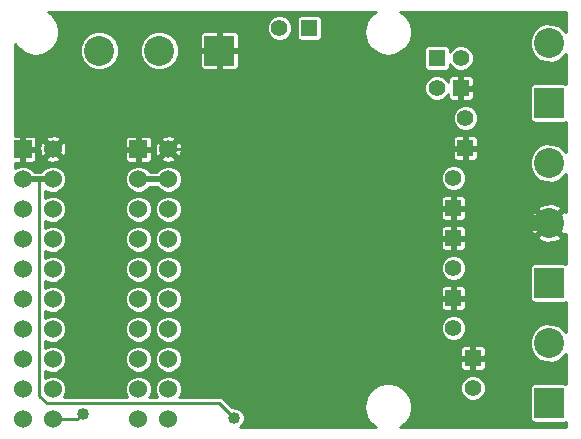
<source format=gbl>
G04 (created by PCBNEW (2013-07-07 BZR 4022)-stable) date 02/12/2013 08:18:55*
%MOIN*%
G04 Gerber Fmt 3.4, Leading zero omitted, Abs format*
%FSLAX34Y34*%
G01*
G70*
G90*
G04 APERTURE LIST*
%ADD10C,0.00590551*%
%ADD11R,0.06X0.06*%
%ADD12C,0.06*%
%ADD13R,0.1X0.1*%
%ADD14C,0.1*%
%ADD15R,0.055X0.055*%
%ADD16C,0.055*%
%ADD17C,0.04*%
%ADD18C,0.065*%
%ADD19C,0.01*%
%ADD20C,0.02*%
%ADD21C,0.0544*%
G04 APERTURE END LIST*
G54D10*
G54D11*
X31450Y-52034D03*
G54D12*
X32450Y-52034D03*
X31450Y-53034D03*
X32450Y-53034D03*
X31450Y-54034D03*
X32450Y-54034D03*
X31450Y-55034D03*
X32450Y-55034D03*
X31450Y-56034D03*
X32450Y-56034D03*
X31450Y-57034D03*
X32450Y-57034D03*
X31450Y-58034D03*
X32450Y-58034D03*
X31450Y-59034D03*
X32450Y-59034D03*
X31450Y-60034D03*
X32450Y-60034D03*
X31450Y-61034D03*
X32450Y-61034D03*
G54D13*
X49000Y-56500D03*
G54D14*
X49000Y-54500D03*
X49000Y-52500D03*
G54D13*
X49000Y-60500D03*
G54D14*
X49000Y-58500D03*
G54D13*
X49000Y-50500D03*
G54D14*
X49000Y-48500D03*
G54D11*
X35300Y-52034D03*
G54D12*
X36300Y-52034D03*
X35300Y-53034D03*
X36300Y-53034D03*
X35300Y-54034D03*
X36300Y-54034D03*
X35300Y-55034D03*
X36300Y-55034D03*
X35300Y-56034D03*
X36300Y-56034D03*
X35300Y-57034D03*
X36300Y-57034D03*
X35300Y-58034D03*
X36300Y-58034D03*
X35300Y-59034D03*
X36300Y-59034D03*
X35300Y-60034D03*
X36300Y-60034D03*
X35300Y-61034D03*
X36300Y-61034D03*
G54D13*
X38000Y-48750D03*
G54D14*
X36000Y-48750D03*
X34000Y-48750D03*
G54D15*
X46050Y-50000D03*
G54D16*
X46050Y-49000D03*
G54D15*
X46200Y-52000D03*
G54D16*
X46200Y-51000D03*
G54D15*
X45800Y-54000D03*
G54D16*
X45800Y-53000D03*
G54D15*
X45800Y-55000D03*
G54D16*
X45800Y-56000D03*
G54D15*
X45800Y-57000D03*
G54D16*
X45800Y-58000D03*
G54D15*
X46450Y-59000D03*
G54D16*
X46450Y-60000D03*
G54D15*
X41000Y-48000D03*
G54D16*
X40000Y-48000D03*
G54D15*
X45250Y-49000D03*
G54D16*
X45250Y-50000D03*
G54D17*
X38500Y-61000D03*
X33450Y-60850D03*
X48000Y-60750D03*
X47500Y-61000D03*
X47000Y-60750D03*
X46500Y-61000D03*
X31500Y-50500D03*
X31500Y-49500D03*
X32000Y-50000D03*
X32500Y-49500D03*
X33000Y-49000D03*
X33750Y-47750D03*
X34500Y-47750D03*
X36250Y-47750D03*
X35500Y-47750D03*
X35000Y-48250D03*
X35000Y-49000D03*
X34000Y-50000D03*
X33500Y-50250D03*
X33000Y-50750D03*
X33250Y-52250D03*
X33500Y-51750D03*
X33250Y-51250D03*
X36500Y-50000D03*
X36000Y-51250D03*
X35500Y-51000D03*
X36000Y-50500D03*
X36500Y-51000D03*
X37000Y-51500D03*
X37900Y-59350D03*
X37850Y-56950D03*
X37550Y-54500D03*
X37300Y-56500D03*
X37900Y-58100D03*
X38350Y-60250D03*
X49250Y-59500D03*
X48250Y-59250D03*
X48000Y-58750D03*
X47750Y-59250D03*
X47250Y-58750D03*
X48000Y-57250D03*
X47500Y-56750D03*
X47000Y-57250D03*
X46500Y-56750D03*
X48250Y-55250D03*
X49000Y-55500D03*
X48000Y-54750D03*
X47500Y-54250D03*
X46500Y-54250D03*
X47000Y-53750D03*
X48000Y-53750D03*
X49000Y-53500D03*
X47750Y-50250D03*
X47250Y-49750D03*
X46750Y-50250D03*
X47500Y-51750D03*
X47000Y-52250D03*
X47500Y-55250D03*
X47000Y-54750D03*
X46500Y-55250D03*
G54D18*
X41825Y-53175D03*
X44500Y-49000D03*
X45000Y-48250D03*
X45500Y-47750D03*
X46000Y-48250D03*
X46500Y-47750D03*
X47000Y-48250D03*
X47500Y-47750D03*
X48000Y-48250D03*
X48250Y-47750D03*
X39500Y-48750D03*
X40250Y-48750D03*
X41000Y-48750D03*
X44250Y-51000D03*
X41750Y-48750D03*
X42500Y-49750D03*
X44500Y-50000D03*
X45750Y-60250D03*
X45750Y-61000D03*
X45000Y-61000D03*
X45000Y-60250D03*
X44750Y-59500D03*
X44000Y-59250D03*
X43250Y-59250D03*
X42500Y-59500D03*
X42000Y-60500D03*
X41500Y-61000D03*
X39500Y-59750D03*
X40000Y-59000D03*
X40750Y-59000D03*
X41000Y-58250D03*
X40250Y-58250D03*
X37000Y-49500D03*
X37000Y-50500D03*
X37500Y-51000D03*
X38000Y-50500D03*
X37500Y-50000D03*
X38500Y-50000D03*
X40375Y-50275D03*
X41825Y-56225D03*
G54D17*
X39725Y-55125D03*
G54D18*
X44425Y-54075D03*
X41825Y-50475D03*
X40375Y-56125D03*
X40925Y-53575D03*
X43725Y-57125D03*
X43675Y-51075D03*
X44525Y-57075D03*
X40225Y-53225D03*
X42875Y-51075D03*
X41025Y-56575D03*
G54D17*
X39325Y-52225D03*
G54D18*
X41075Y-50525D03*
X43625Y-54125D03*
X42925Y-57075D03*
X42875Y-54125D03*
G54D19*
X38000Y-60500D02*
X32250Y-60500D01*
X38500Y-61000D02*
X38000Y-60500D01*
X32000Y-60250D02*
X32000Y-53034D01*
X32250Y-60500D02*
X32000Y-60250D01*
G54D20*
X32450Y-53034D02*
X32000Y-53034D01*
X32000Y-53034D02*
X31450Y-53034D01*
X36300Y-53034D02*
X35300Y-53034D01*
G54D19*
X33266Y-61034D02*
X32450Y-61034D01*
X33450Y-60850D02*
X33266Y-61034D01*
X47750Y-60750D02*
X48000Y-60750D01*
X47500Y-61000D02*
X47750Y-60750D01*
X46750Y-60750D02*
X47000Y-60750D01*
X46500Y-61000D02*
X46750Y-60750D01*
X31500Y-49500D02*
X31500Y-50500D01*
X32500Y-49500D02*
X32000Y-50000D01*
X33000Y-48500D02*
X33000Y-49000D01*
X33750Y-47750D02*
X33000Y-48500D01*
X36250Y-47750D02*
X34500Y-47750D01*
X35000Y-48250D02*
X35500Y-47750D01*
X34000Y-50000D02*
X35000Y-49000D01*
X33000Y-50750D02*
X33500Y-50250D01*
X32450Y-52034D02*
X32466Y-52034D01*
X33250Y-52000D02*
X33250Y-52250D01*
X33500Y-51750D02*
X33250Y-52000D01*
X32466Y-52034D02*
X33250Y-51250D01*
X37500Y-51000D02*
X37000Y-51500D01*
X35750Y-51250D02*
X36000Y-51250D01*
X35500Y-51000D02*
X35750Y-51250D01*
X36500Y-51000D02*
X36000Y-50500D01*
X37900Y-59350D02*
X37900Y-59800D01*
X37850Y-56950D02*
X37850Y-58050D01*
X37400Y-56500D02*
X37850Y-56950D01*
X37550Y-54500D02*
X37550Y-56250D01*
X36734Y-52034D02*
X37550Y-52850D01*
X37550Y-52850D02*
X37550Y-54500D01*
X36300Y-52034D02*
X36734Y-52034D01*
X37550Y-56250D02*
X37300Y-56500D01*
X37300Y-56500D02*
X37400Y-56500D01*
X37850Y-58050D02*
X37900Y-58100D01*
X37900Y-59350D02*
X37900Y-58100D01*
X37900Y-59800D02*
X38350Y-60250D01*
X48250Y-59000D02*
X48250Y-59250D01*
X48000Y-58750D02*
X48250Y-59000D01*
X47250Y-58750D02*
X47750Y-59250D01*
X47500Y-56750D02*
X48000Y-57250D01*
X46500Y-56750D02*
X47000Y-57250D01*
X48250Y-55250D02*
X48750Y-55250D01*
X48000Y-55000D02*
X48250Y-55250D01*
X48000Y-54750D02*
X48000Y-55000D01*
X48750Y-55250D02*
X49000Y-55500D01*
X47500Y-54250D02*
X46500Y-54250D01*
X47000Y-53750D02*
X48000Y-53750D01*
X46750Y-50250D02*
X47250Y-49750D01*
X47000Y-52250D02*
X47500Y-51750D01*
X47500Y-55250D02*
X48000Y-54750D01*
X46500Y-55250D02*
X47000Y-54750D01*
G54D21*
X49000Y-54500D02*
X48250Y-54500D01*
G54D19*
X44500Y-50000D02*
X44500Y-49000D01*
X45000Y-48250D02*
X45500Y-47750D01*
X46000Y-48250D02*
X46500Y-47750D01*
X47000Y-48250D02*
X47500Y-47750D01*
X48000Y-48250D02*
X48250Y-48000D01*
X48250Y-48000D02*
X48250Y-47750D01*
X41000Y-48750D02*
X40250Y-48750D01*
X44500Y-50000D02*
X44250Y-50250D01*
X44250Y-50250D02*
X44250Y-51000D01*
X41750Y-49000D02*
X41750Y-48750D01*
X42500Y-49750D02*
X41750Y-49000D01*
X45000Y-61000D02*
X45750Y-61000D01*
X45000Y-59750D02*
X45000Y-60250D01*
X44750Y-59500D02*
X45000Y-59750D01*
X43250Y-59250D02*
X44000Y-59250D01*
X42500Y-60000D02*
X42500Y-59500D01*
X42000Y-60500D02*
X42500Y-60000D01*
X40750Y-61000D02*
X41500Y-61000D01*
X39500Y-59750D02*
X40750Y-61000D01*
X40750Y-59000D02*
X40000Y-59000D01*
X40250Y-58250D02*
X41000Y-58250D01*
G54D21*
X37000Y-50500D02*
X37000Y-49500D01*
X38000Y-50500D02*
X37500Y-51000D01*
X38500Y-50000D02*
X37500Y-50000D01*
G54D10*
G36*
X49550Y-61300D02*
X46875Y-61300D01*
X46875Y-59915D01*
X46875Y-59915D01*
X46875Y-59304D01*
X46875Y-58695D01*
X46852Y-58640D01*
X46810Y-58597D01*
X46754Y-58575D01*
X46695Y-58574D01*
X46625Y-58574D01*
X46625Y-50915D01*
X46560Y-50759D01*
X46475Y-50673D01*
X46475Y-48915D01*
X46410Y-48759D01*
X46291Y-48639D01*
X46134Y-48575D01*
X45965Y-48574D01*
X45809Y-48639D01*
X45689Y-48758D01*
X45675Y-48794D01*
X45675Y-48695D01*
X45652Y-48640D01*
X45610Y-48597D01*
X45554Y-48575D01*
X45495Y-48574D01*
X44945Y-48574D01*
X44890Y-48597D01*
X44847Y-48639D01*
X44825Y-48695D01*
X44824Y-48754D01*
X44824Y-49304D01*
X44847Y-49359D01*
X44889Y-49402D01*
X44945Y-49424D01*
X45004Y-49425D01*
X45554Y-49425D01*
X45609Y-49402D01*
X45652Y-49360D01*
X45674Y-49304D01*
X45675Y-49245D01*
X45675Y-49205D01*
X45689Y-49240D01*
X45808Y-49360D01*
X45965Y-49424D01*
X46134Y-49425D01*
X46290Y-49360D01*
X46410Y-49241D01*
X46474Y-49084D01*
X46475Y-48915D01*
X46475Y-50673D01*
X46475Y-50673D01*
X46475Y-50304D01*
X46475Y-49695D01*
X46452Y-49640D01*
X46410Y-49597D01*
X46354Y-49575D01*
X46295Y-49574D01*
X46137Y-49575D01*
X46100Y-49612D01*
X46100Y-49950D01*
X46437Y-49950D01*
X46475Y-49912D01*
X46475Y-49695D01*
X46475Y-50304D01*
X46475Y-50087D01*
X46437Y-50050D01*
X46100Y-50050D01*
X46100Y-50387D01*
X46137Y-50425D01*
X46295Y-50425D01*
X46354Y-50424D01*
X46410Y-50402D01*
X46452Y-50359D01*
X46475Y-50304D01*
X46475Y-50673D01*
X46441Y-50639D01*
X46284Y-50575D01*
X46115Y-50574D01*
X46000Y-50622D01*
X46000Y-50387D01*
X46000Y-50050D01*
X45992Y-50050D01*
X45992Y-49950D01*
X46000Y-49950D01*
X46000Y-49612D01*
X45962Y-49575D01*
X45804Y-49574D01*
X45745Y-49575D01*
X45689Y-49597D01*
X45647Y-49640D01*
X45624Y-49695D01*
X45624Y-49794D01*
X45610Y-49759D01*
X45491Y-49639D01*
X45334Y-49575D01*
X45165Y-49574D01*
X45009Y-49639D01*
X44889Y-49758D01*
X44825Y-49915D01*
X44824Y-50084D01*
X44889Y-50240D01*
X45008Y-50360D01*
X45165Y-50424D01*
X45334Y-50425D01*
X45490Y-50360D01*
X45610Y-50241D01*
X45624Y-50205D01*
X45624Y-50304D01*
X45647Y-50359D01*
X45689Y-50402D01*
X45745Y-50424D01*
X45804Y-50425D01*
X45962Y-50425D01*
X46000Y-50387D01*
X46000Y-50622D01*
X45959Y-50639D01*
X45839Y-50758D01*
X45775Y-50915D01*
X45774Y-51084D01*
X45839Y-51240D01*
X45958Y-51360D01*
X46115Y-51424D01*
X46284Y-51425D01*
X46440Y-51360D01*
X46560Y-51241D01*
X46624Y-51084D01*
X46625Y-50915D01*
X46625Y-58574D01*
X46625Y-58574D01*
X46625Y-52304D01*
X46625Y-51695D01*
X46602Y-51640D01*
X46560Y-51597D01*
X46504Y-51575D01*
X46445Y-51574D01*
X46287Y-51575D01*
X46250Y-51612D01*
X46250Y-51950D01*
X46587Y-51950D01*
X46625Y-51912D01*
X46625Y-51695D01*
X46625Y-52304D01*
X46625Y-52087D01*
X46587Y-52050D01*
X46250Y-52050D01*
X46250Y-52387D01*
X46287Y-52425D01*
X46445Y-52425D01*
X46504Y-52424D01*
X46560Y-52402D01*
X46602Y-52359D01*
X46625Y-52304D01*
X46625Y-58574D01*
X46537Y-58575D01*
X46500Y-58612D01*
X46500Y-58950D01*
X46837Y-58950D01*
X46875Y-58912D01*
X46875Y-58695D01*
X46875Y-59304D01*
X46875Y-59087D01*
X46837Y-59050D01*
X46500Y-59050D01*
X46500Y-59387D01*
X46537Y-59425D01*
X46695Y-59425D01*
X46754Y-59424D01*
X46810Y-59402D01*
X46852Y-59359D01*
X46875Y-59304D01*
X46875Y-59915D01*
X46810Y-59759D01*
X46691Y-59639D01*
X46534Y-59575D01*
X46400Y-59574D01*
X46400Y-59387D01*
X46400Y-59050D01*
X46400Y-58950D01*
X46400Y-58612D01*
X46362Y-58575D01*
X46225Y-58574D01*
X46225Y-57915D01*
X46225Y-55915D01*
X46225Y-52915D01*
X46160Y-52759D01*
X46150Y-52749D01*
X46150Y-52387D01*
X46150Y-52050D01*
X46150Y-51950D01*
X46150Y-51612D01*
X46112Y-51575D01*
X45954Y-51574D01*
X45895Y-51575D01*
X45839Y-51597D01*
X45797Y-51640D01*
X45774Y-51695D01*
X45775Y-51912D01*
X45812Y-51950D01*
X46150Y-51950D01*
X46150Y-52050D01*
X45812Y-52050D01*
X45775Y-52087D01*
X45774Y-52304D01*
X45797Y-52359D01*
X45839Y-52402D01*
X45895Y-52424D01*
X45954Y-52425D01*
X46112Y-52425D01*
X46150Y-52387D01*
X46150Y-52749D01*
X46041Y-52639D01*
X45884Y-52575D01*
X45715Y-52574D01*
X45559Y-52639D01*
X45439Y-52758D01*
X45375Y-52915D01*
X45374Y-53084D01*
X45439Y-53240D01*
X45558Y-53360D01*
X45715Y-53424D01*
X45884Y-53425D01*
X46040Y-53360D01*
X46160Y-53241D01*
X46224Y-53084D01*
X46225Y-52915D01*
X46225Y-55915D01*
X46225Y-55915D01*
X46225Y-55304D01*
X46225Y-54695D01*
X46225Y-54304D01*
X46225Y-53695D01*
X46202Y-53640D01*
X46160Y-53597D01*
X46104Y-53575D01*
X46045Y-53574D01*
X45887Y-53575D01*
X45850Y-53612D01*
X45850Y-53950D01*
X46187Y-53950D01*
X46225Y-53912D01*
X46225Y-53695D01*
X46225Y-54304D01*
X46225Y-54087D01*
X46187Y-54050D01*
X45850Y-54050D01*
X45850Y-54387D01*
X45887Y-54425D01*
X46045Y-54425D01*
X46104Y-54424D01*
X46160Y-54402D01*
X46202Y-54359D01*
X46225Y-54304D01*
X46225Y-54695D01*
X46202Y-54640D01*
X46160Y-54597D01*
X46104Y-54575D01*
X46045Y-54574D01*
X45887Y-54575D01*
X45850Y-54612D01*
X45850Y-54950D01*
X46187Y-54950D01*
X46225Y-54912D01*
X46225Y-54695D01*
X46225Y-55304D01*
X46225Y-55087D01*
X46187Y-55050D01*
X45850Y-55050D01*
X45850Y-55387D01*
X45887Y-55425D01*
X46045Y-55425D01*
X46104Y-55424D01*
X46160Y-55402D01*
X46202Y-55359D01*
X46225Y-55304D01*
X46225Y-55915D01*
X46160Y-55759D01*
X46041Y-55639D01*
X45884Y-55575D01*
X45750Y-55574D01*
X45750Y-55387D01*
X45750Y-55050D01*
X45750Y-54950D01*
X45750Y-54612D01*
X45750Y-54387D01*
X45750Y-54050D01*
X45750Y-53950D01*
X45750Y-53612D01*
X45712Y-53575D01*
X45554Y-53574D01*
X45495Y-53575D01*
X45439Y-53597D01*
X45397Y-53640D01*
X45374Y-53695D01*
X45375Y-53912D01*
X45412Y-53950D01*
X45750Y-53950D01*
X45750Y-54050D01*
X45412Y-54050D01*
X45375Y-54087D01*
X45374Y-54304D01*
X45397Y-54359D01*
X45439Y-54402D01*
X45495Y-54424D01*
X45554Y-54425D01*
X45712Y-54425D01*
X45750Y-54387D01*
X45750Y-54612D01*
X45712Y-54575D01*
X45554Y-54574D01*
X45495Y-54575D01*
X45439Y-54597D01*
X45397Y-54640D01*
X45374Y-54695D01*
X45375Y-54912D01*
X45412Y-54950D01*
X45750Y-54950D01*
X45750Y-55050D01*
X45412Y-55050D01*
X45375Y-55087D01*
X45374Y-55304D01*
X45397Y-55359D01*
X45439Y-55402D01*
X45495Y-55424D01*
X45554Y-55425D01*
X45712Y-55425D01*
X45750Y-55387D01*
X45750Y-55574D01*
X45715Y-55574D01*
X45559Y-55639D01*
X45439Y-55758D01*
X45375Y-55915D01*
X45374Y-56084D01*
X45439Y-56240D01*
X45558Y-56360D01*
X45715Y-56424D01*
X45884Y-56425D01*
X46040Y-56360D01*
X46160Y-56241D01*
X46224Y-56084D01*
X46225Y-55915D01*
X46225Y-57915D01*
X46225Y-57915D01*
X46225Y-57304D01*
X46225Y-56695D01*
X46202Y-56640D01*
X46160Y-56597D01*
X46104Y-56575D01*
X46045Y-56574D01*
X45887Y-56575D01*
X45850Y-56612D01*
X45850Y-56950D01*
X46187Y-56950D01*
X46225Y-56912D01*
X46225Y-56695D01*
X46225Y-57304D01*
X46225Y-57087D01*
X46187Y-57050D01*
X45850Y-57050D01*
X45850Y-57387D01*
X45887Y-57425D01*
X46045Y-57425D01*
X46104Y-57424D01*
X46160Y-57402D01*
X46202Y-57359D01*
X46225Y-57304D01*
X46225Y-57915D01*
X46160Y-57759D01*
X46041Y-57639D01*
X45884Y-57575D01*
X45750Y-57574D01*
X45750Y-57387D01*
X45750Y-57050D01*
X45750Y-56950D01*
X45750Y-56612D01*
X45712Y-56575D01*
X45554Y-56574D01*
X45495Y-56575D01*
X45439Y-56597D01*
X45397Y-56640D01*
X45374Y-56695D01*
X45375Y-56912D01*
X45412Y-56950D01*
X45750Y-56950D01*
X45750Y-57050D01*
X45412Y-57050D01*
X45375Y-57087D01*
X45374Y-57304D01*
X45397Y-57359D01*
X45439Y-57402D01*
X45495Y-57424D01*
X45554Y-57425D01*
X45712Y-57425D01*
X45750Y-57387D01*
X45750Y-57574D01*
X45715Y-57574D01*
X45559Y-57639D01*
X45439Y-57758D01*
X45375Y-57915D01*
X45374Y-58084D01*
X45439Y-58240D01*
X45558Y-58360D01*
X45715Y-58424D01*
X45884Y-58425D01*
X46040Y-58360D01*
X46160Y-58241D01*
X46224Y-58084D01*
X46225Y-57915D01*
X46225Y-58574D01*
X46204Y-58574D01*
X46145Y-58575D01*
X46089Y-58597D01*
X46047Y-58640D01*
X46024Y-58695D01*
X46025Y-58912D01*
X46062Y-58950D01*
X46400Y-58950D01*
X46400Y-59050D01*
X46062Y-59050D01*
X46025Y-59087D01*
X46024Y-59304D01*
X46047Y-59359D01*
X46089Y-59402D01*
X46145Y-59424D01*
X46204Y-59425D01*
X46362Y-59425D01*
X46400Y-59387D01*
X46400Y-59574D01*
X46365Y-59574D01*
X46209Y-59639D01*
X46089Y-59758D01*
X46025Y-59915D01*
X46024Y-60084D01*
X46089Y-60240D01*
X46208Y-60360D01*
X46365Y-60424D01*
X46534Y-60425D01*
X46690Y-60360D01*
X46810Y-60241D01*
X46874Y-60084D01*
X46875Y-59915D01*
X46875Y-61300D01*
X44034Y-61300D01*
X44160Y-61215D01*
X44215Y-61160D01*
X44215Y-61159D01*
X44344Y-60966D01*
X44345Y-60965D01*
X44375Y-60893D01*
X44421Y-60664D01*
X44421Y-60663D01*
X44421Y-60663D01*
X44421Y-60625D01*
X44421Y-60586D01*
X44421Y-60586D01*
X44421Y-60585D01*
X44375Y-60356D01*
X44345Y-60284D01*
X44344Y-60283D01*
X44215Y-60090D01*
X44215Y-60089D01*
X44160Y-60034D01*
X43965Y-59904D01*
X43893Y-59874D01*
X43892Y-59874D01*
X43664Y-59828D01*
X43663Y-59828D01*
X43585Y-59828D01*
X43356Y-59874D01*
X43284Y-59904D01*
X43283Y-59905D01*
X43090Y-60034D01*
X43089Y-60034D01*
X43034Y-60089D01*
X42904Y-60284D01*
X42874Y-60356D01*
X42874Y-60357D01*
X42828Y-60585D01*
X42828Y-60585D01*
X42828Y-60586D01*
X42828Y-60625D01*
X42828Y-60663D01*
X42828Y-60664D01*
X42828Y-60664D01*
X42874Y-60892D01*
X42874Y-60893D01*
X42904Y-60965D01*
X43034Y-61160D01*
X43089Y-61215D01*
X43090Y-61215D01*
X43216Y-61300D01*
X41425Y-61300D01*
X41425Y-48245D01*
X41425Y-47695D01*
X41402Y-47640D01*
X41360Y-47597D01*
X41304Y-47575D01*
X41245Y-47574D01*
X40695Y-47574D01*
X40640Y-47597D01*
X40597Y-47639D01*
X40575Y-47695D01*
X40574Y-47754D01*
X40574Y-48304D01*
X40597Y-48359D01*
X40639Y-48402D01*
X40695Y-48424D01*
X40754Y-48425D01*
X41304Y-48425D01*
X41359Y-48402D01*
X41402Y-48360D01*
X41424Y-48304D01*
X41425Y-48245D01*
X41425Y-61300D01*
X40425Y-61300D01*
X40425Y-47915D01*
X40360Y-47759D01*
X40241Y-47639D01*
X40084Y-47575D01*
X39915Y-47574D01*
X39759Y-47639D01*
X39639Y-47758D01*
X39575Y-47915D01*
X39574Y-48084D01*
X39639Y-48240D01*
X39758Y-48360D01*
X39915Y-48424D01*
X40084Y-48425D01*
X40240Y-48360D01*
X40360Y-48241D01*
X40424Y-48084D01*
X40425Y-47915D01*
X40425Y-61300D01*
X38690Y-61300D01*
X38698Y-61296D01*
X38796Y-61198D01*
X38849Y-61069D01*
X38850Y-60930D01*
X38796Y-60802D01*
X38698Y-60703D01*
X38650Y-60683D01*
X38650Y-49220D01*
X38650Y-48279D01*
X38649Y-48220D01*
X38627Y-48164D01*
X38584Y-48122D01*
X38529Y-48099D01*
X38087Y-48100D01*
X38050Y-48137D01*
X38050Y-48700D01*
X38612Y-48700D01*
X38650Y-48662D01*
X38650Y-48279D01*
X38650Y-49220D01*
X38650Y-48837D01*
X38612Y-48800D01*
X38050Y-48800D01*
X38050Y-49362D01*
X38087Y-49400D01*
X38529Y-49400D01*
X38584Y-49377D01*
X38627Y-49335D01*
X38649Y-49279D01*
X38650Y-49220D01*
X38650Y-60683D01*
X38569Y-60650D01*
X38432Y-60649D01*
X38141Y-60358D01*
X38076Y-60315D01*
X38000Y-60300D01*
X37950Y-60300D01*
X37950Y-49362D01*
X37950Y-48800D01*
X37950Y-48700D01*
X37950Y-48137D01*
X37912Y-48100D01*
X37470Y-48099D01*
X37415Y-48122D01*
X37372Y-48164D01*
X37350Y-48220D01*
X37349Y-48279D01*
X37350Y-48662D01*
X37387Y-48700D01*
X37950Y-48700D01*
X37950Y-48800D01*
X37387Y-48800D01*
X37350Y-48837D01*
X37349Y-49220D01*
X37350Y-49279D01*
X37372Y-49335D01*
X37415Y-49377D01*
X37470Y-49400D01*
X37912Y-49400D01*
X37950Y-49362D01*
X37950Y-60300D01*
X36755Y-60300D01*
X36755Y-52091D01*
X36742Y-51913D01*
X36698Y-51806D01*
X36650Y-51782D01*
X36650Y-48621D01*
X36551Y-48382D01*
X36368Y-48199D01*
X36129Y-48100D01*
X35871Y-48099D01*
X35632Y-48198D01*
X35449Y-48381D01*
X35350Y-48620D01*
X35349Y-48878D01*
X35448Y-49117D01*
X35631Y-49300D01*
X35870Y-49399D01*
X36128Y-49400D01*
X36367Y-49301D01*
X36550Y-49118D01*
X36649Y-48879D01*
X36650Y-48621D01*
X36650Y-51782D01*
X36631Y-51773D01*
X36560Y-51844D01*
X36560Y-51702D01*
X36527Y-51635D01*
X36357Y-51578D01*
X36179Y-51591D01*
X36072Y-51635D01*
X36039Y-51702D01*
X36300Y-51963D01*
X36560Y-51702D01*
X36560Y-51844D01*
X36370Y-52034D01*
X36631Y-52294D01*
X36698Y-52261D01*
X36755Y-52091D01*
X36755Y-60300D01*
X36670Y-60300D01*
X36681Y-60289D01*
X36749Y-60123D01*
X36750Y-59944D01*
X36750Y-58944D01*
X36750Y-57944D01*
X36750Y-56944D01*
X36750Y-55944D01*
X36750Y-54944D01*
X36750Y-53944D01*
X36750Y-52944D01*
X36681Y-52779D01*
X36560Y-52657D01*
X36560Y-52365D01*
X36300Y-52104D01*
X36229Y-52175D01*
X36229Y-52034D01*
X35968Y-51773D01*
X35901Y-51806D01*
X35844Y-51976D01*
X35857Y-52154D01*
X35901Y-52261D01*
X35968Y-52294D01*
X36229Y-52034D01*
X36229Y-52175D01*
X36039Y-52365D01*
X36072Y-52432D01*
X36242Y-52489D01*
X36420Y-52476D01*
X36527Y-52432D01*
X36560Y-52365D01*
X36560Y-52657D01*
X36555Y-52652D01*
X36389Y-52584D01*
X36210Y-52583D01*
X36045Y-52652D01*
X35918Y-52778D01*
X35916Y-52784D01*
X35750Y-52784D01*
X35750Y-52363D01*
X35750Y-51704D01*
X35727Y-51649D01*
X35685Y-51606D01*
X35629Y-51584D01*
X35570Y-51583D01*
X35387Y-51584D01*
X35350Y-51621D01*
X35350Y-51984D01*
X35712Y-51984D01*
X35750Y-51946D01*
X35750Y-51704D01*
X35750Y-52363D01*
X35750Y-52121D01*
X35712Y-52084D01*
X35350Y-52084D01*
X35350Y-52446D01*
X35387Y-52484D01*
X35570Y-52484D01*
X35629Y-52483D01*
X35685Y-52461D01*
X35727Y-52418D01*
X35750Y-52363D01*
X35750Y-52784D01*
X35683Y-52784D01*
X35681Y-52779D01*
X35555Y-52652D01*
X35389Y-52584D01*
X35250Y-52583D01*
X35250Y-52446D01*
X35250Y-52084D01*
X35250Y-51984D01*
X35250Y-51621D01*
X35212Y-51584D01*
X35029Y-51583D01*
X34970Y-51584D01*
X34914Y-51606D01*
X34872Y-51649D01*
X34849Y-51704D01*
X34850Y-51946D01*
X34887Y-51984D01*
X35250Y-51984D01*
X35250Y-52084D01*
X34887Y-52084D01*
X34850Y-52121D01*
X34849Y-52363D01*
X34872Y-52418D01*
X34914Y-52461D01*
X34970Y-52483D01*
X35029Y-52484D01*
X35212Y-52484D01*
X35250Y-52446D01*
X35250Y-52583D01*
X35210Y-52583D01*
X35045Y-52652D01*
X34918Y-52778D01*
X34850Y-52944D01*
X34849Y-53123D01*
X34918Y-53288D01*
X35044Y-53415D01*
X35210Y-53483D01*
X35389Y-53484D01*
X35554Y-53415D01*
X35681Y-53289D01*
X35683Y-53284D01*
X35916Y-53284D01*
X35918Y-53288D01*
X36044Y-53415D01*
X36210Y-53483D01*
X36389Y-53484D01*
X36554Y-53415D01*
X36681Y-53289D01*
X36749Y-53123D01*
X36750Y-52944D01*
X36750Y-53944D01*
X36681Y-53779D01*
X36555Y-53652D01*
X36389Y-53584D01*
X36210Y-53583D01*
X36045Y-53652D01*
X35918Y-53778D01*
X35850Y-53944D01*
X35849Y-54123D01*
X35918Y-54288D01*
X36044Y-54415D01*
X36210Y-54483D01*
X36389Y-54484D01*
X36554Y-54415D01*
X36681Y-54289D01*
X36749Y-54123D01*
X36750Y-53944D01*
X36750Y-54944D01*
X36681Y-54779D01*
X36555Y-54652D01*
X36389Y-54584D01*
X36210Y-54583D01*
X36045Y-54652D01*
X35918Y-54778D01*
X35850Y-54944D01*
X35849Y-55123D01*
X35918Y-55288D01*
X36044Y-55415D01*
X36210Y-55483D01*
X36389Y-55484D01*
X36554Y-55415D01*
X36681Y-55289D01*
X36749Y-55123D01*
X36750Y-54944D01*
X36750Y-55944D01*
X36681Y-55779D01*
X36555Y-55652D01*
X36389Y-55584D01*
X36210Y-55583D01*
X36045Y-55652D01*
X35918Y-55778D01*
X35850Y-55944D01*
X35849Y-56123D01*
X35918Y-56288D01*
X36044Y-56415D01*
X36210Y-56483D01*
X36389Y-56484D01*
X36554Y-56415D01*
X36681Y-56289D01*
X36749Y-56123D01*
X36750Y-55944D01*
X36750Y-56944D01*
X36681Y-56779D01*
X36555Y-56652D01*
X36389Y-56584D01*
X36210Y-56583D01*
X36045Y-56652D01*
X35918Y-56778D01*
X35850Y-56944D01*
X35849Y-57123D01*
X35918Y-57288D01*
X36044Y-57415D01*
X36210Y-57483D01*
X36389Y-57484D01*
X36554Y-57415D01*
X36681Y-57289D01*
X36749Y-57123D01*
X36750Y-56944D01*
X36750Y-57944D01*
X36681Y-57779D01*
X36555Y-57652D01*
X36389Y-57584D01*
X36210Y-57583D01*
X36045Y-57652D01*
X35918Y-57778D01*
X35850Y-57944D01*
X35849Y-58123D01*
X35918Y-58288D01*
X36044Y-58415D01*
X36210Y-58483D01*
X36389Y-58484D01*
X36554Y-58415D01*
X36681Y-58289D01*
X36749Y-58123D01*
X36750Y-57944D01*
X36750Y-58944D01*
X36681Y-58779D01*
X36555Y-58652D01*
X36389Y-58584D01*
X36210Y-58583D01*
X36045Y-58652D01*
X35918Y-58778D01*
X35850Y-58944D01*
X35849Y-59123D01*
X35918Y-59288D01*
X36044Y-59415D01*
X36210Y-59483D01*
X36389Y-59484D01*
X36554Y-59415D01*
X36681Y-59289D01*
X36749Y-59123D01*
X36750Y-58944D01*
X36750Y-59944D01*
X36681Y-59779D01*
X36555Y-59652D01*
X36389Y-59584D01*
X36210Y-59583D01*
X36045Y-59652D01*
X35918Y-59778D01*
X35850Y-59944D01*
X35849Y-60123D01*
X35918Y-60288D01*
X35929Y-60300D01*
X35670Y-60300D01*
X35681Y-60289D01*
X35749Y-60123D01*
X35750Y-59944D01*
X35750Y-58944D01*
X35750Y-57944D01*
X35750Y-56944D01*
X35750Y-55944D01*
X35750Y-54944D01*
X35750Y-53944D01*
X35681Y-53779D01*
X35555Y-53652D01*
X35389Y-53584D01*
X35210Y-53583D01*
X35045Y-53652D01*
X34918Y-53778D01*
X34850Y-53944D01*
X34849Y-54123D01*
X34918Y-54288D01*
X35044Y-54415D01*
X35210Y-54483D01*
X35389Y-54484D01*
X35554Y-54415D01*
X35681Y-54289D01*
X35749Y-54123D01*
X35750Y-53944D01*
X35750Y-54944D01*
X35681Y-54779D01*
X35555Y-54652D01*
X35389Y-54584D01*
X35210Y-54583D01*
X35045Y-54652D01*
X34918Y-54778D01*
X34850Y-54944D01*
X34849Y-55123D01*
X34918Y-55288D01*
X35044Y-55415D01*
X35210Y-55483D01*
X35389Y-55484D01*
X35554Y-55415D01*
X35681Y-55289D01*
X35749Y-55123D01*
X35750Y-54944D01*
X35750Y-55944D01*
X35681Y-55779D01*
X35555Y-55652D01*
X35389Y-55584D01*
X35210Y-55583D01*
X35045Y-55652D01*
X34918Y-55778D01*
X34850Y-55944D01*
X34849Y-56123D01*
X34918Y-56288D01*
X35044Y-56415D01*
X35210Y-56483D01*
X35389Y-56484D01*
X35554Y-56415D01*
X35681Y-56289D01*
X35749Y-56123D01*
X35750Y-55944D01*
X35750Y-56944D01*
X35681Y-56779D01*
X35555Y-56652D01*
X35389Y-56584D01*
X35210Y-56583D01*
X35045Y-56652D01*
X34918Y-56778D01*
X34850Y-56944D01*
X34849Y-57123D01*
X34918Y-57288D01*
X35044Y-57415D01*
X35210Y-57483D01*
X35389Y-57484D01*
X35554Y-57415D01*
X35681Y-57289D01*
X35749Y-57123D01*
X35750Y-56944D01*
X35750Y-57944D01*
X35681Y-57779D01*
X35555Y-57652D01*
X35389Y-57584D01*
X35210Y-57583D01*
X35045Y-57652D01*
X34918Y-57778D01*
X34850Y-57944D01*
X34849Y-58123D01*
X34918Y-58288D01*
X35044Y-58415D01*
X35210Y-58483D01*
X35389Y-58484D01*
X35554Y-58415D01*
X35681Y-58289D01*
X35749Y-58123D01*
X35750Y-57944D01*
X35750Y-58944D01*
X35681Y-58779D01*
X35555Y-58652D01*
X35389Y-58584D01*
X35210Y-58583D01*
X35045Y-58652D01*
X34918Y-58778D01*
X34850Y-58944D01*
X34849Y-59123D01*
X34918Y-59288D01*
X35044Y-59415D01*
X35210Y-59483D01*
X35389Y-59484D01*
X35554Y-59415D01*
X35681Y-59289D01*
X35749Y-59123D01*
X35750Y-58944D01*
X35750Y-59944D01*
X35681Y-59779D01*
X35555Y-59652D01*
X35389Y-59584D01*
X35210Y-59583D01*
X35045Y-59652D01*
X34918Y-59778D01*
X34850Y-59944D01*
X34849Y-60123D01*
X34918Y-60288D01*
X34929Y-60300D01*
X34650Y-60300D01*
X34650Y-48621D01*
X34551Y-48382D01*
X34368Y-48199D01*
X34129Y-48100D01*
X33871Y-48099D01*
X33632Y-48198D01*
X33449Y-48381D01*
X33350Y-48620D01*
X33349Y-48878D01*
X33448Y-49117D01*
X33631Y-49300D01*
X33870Y-49399D01*
X34128Y-49400D01*
X34367Y-49301D01*
X34550Y-49118D01*
X34649Y-48879D01*
X34650Y-48621D01*
X34650Y-60300D01*
X32905Y-60300D01*
X32905Y-52091D01*
X32892Y-51913D01*
X32848Y-51806D01*
X32781Y-51773D01*
X32710Y-51844D01*
X32710Y-51702D01*
X32677Y-51635D01*
X32507Y-51578D01*
X32329Y-51591D01*
X32222Y-51635D01*
X32189Y-51702D01*
X32450Y-51963D01*
X32710Y-51702D01*
X32710Y-51844D01*
X32520Y-52034D01*
X32781Y-52294D01*
X32848Y-52261D01*
X32905Y-52091D01*
X32905Y-60300D01*
X32820Y-60300D01*
X32831Y-60289D01*
X32899Y-60123D01*
X32900Y-59944D01*
X32831Y-59779D01*
X32705Y-59652D01*
X32539Y-59584D01*
X32360Y-59583D01*
X32200Y-59650D01*
X32200Y-59417D01*
X32360Y-59483D01*
X32539Y-59484D01*
X32704Y-59415D01*
X32831Y-59289D01*
X32899Y-59123D01*
X32900Y-58944D01*
X32831Y-58779D01*
X32705Y-58652D01*
X32539Y-58584D01*
X32360Y-58583D01*
X32200Y-58650D01*
X32200Y-58417D01*
X32360Y-58483D01*
X32539Y-58484D01*
X32704Y-58415D01*
X32831Y-58289D01*
X32899Y-58123D01*
X32900Y-57944D01*
X32831Y-57779D01*
X32705Y-57652D01*
X32539Y-57584D01*
X32360Y-57583D01*
X32200Y-57650D01*
X32200Y-57417D01*
X32360Y-57483D01*
X32539Y-57484D01*
X32704Y-57415D01*
X32831Y-57289D01*
X32899Y-57123D01*
X32900Y-56944D01*
X32831Y-56779D01*
X32705Y-56652D01*
X32539Y-56584D01*
X32360Y-56583D01*
X32200Y-56650D01*
X32200Y-56417D01*
X32360Y-56483D01*
X32539Y-56484D01*
X32704Y-56415D01*
X32831Y-56289D01*
X32899Y-56123D01*
X32900Y-55944D01*
X32831Y-55779D01*
X32705Y-55652D01*
X32539Y-55584D01*
X32360Y-55583D01*
X32200Y-55650D01*
X32200Y-55417D01*
X32360Y-55483D01*
X32539Y-55484D01*
X32704Y-55415D01*
X32831Y-55289D01*
X32899Y-55123D01*
X32900Y-54944D01*
X32831Y-54779D01*
X32705Y-54652D01*
X32539Y-54584D01*
X32360Y-54583D01*
X32200Y-54650D01*
X32200Y-54417D01*
X32360Y-54483D01*
X32539Y-54484D01*
X32704Y-54415D01*
X32831Y-54289D01*
X32899Y-54123D01*
X32900Y-53944D01*
X32831Y-53779D01*
X32705Y-53652D01*
X32539Y-53584D01*
X32360Y-53583D01*
X32200Y-53650D01*
X32200Y-53417D01*
X32360Y-53483D01*
X32539Y-53484D01*
X32704Y-53415D01*
X32831Y-53289D01*
X32899Y-53123D01*
X32900Y-52944D01*
X32831Y-52779D01*
X32710Y-52657D01*
X32710Y-52365D01*
X32450Y-52104D01*
X32379Y-52175D01*
X32379Y-52034D01*
X32118Y-51773D01*
X32051Y-51806D01*
X31994Y-51976D01*
X32007Y-52154D01*
X32051Y-52261D01*
X32118Y-52294D01*
X32379Y-52034D01*
X32379Y-52175D01*
X32189Y-52365D01*
X32222Y-52432D01*
X32392Y-52489D01*
X32570Y-52476D01*
X32677Y-52432D01*
X32710Y-52365D01*
X32710Y-52657D01*
X32705Y-52652D01*
X32539Y-52584D01*
X32360Y-52583D01*
X32195Y-52652D01*
X32068Y-52778D01*
X32066Y-52784D01*
X32000Y-52784D01*
X31900Y-52784D01*
X31900Y-52363D01*
X31900Y-51704D01*
X31877Y-51649D01*
X31835Y-51606D01*
X31779Y-51584D01*
X31720Y-51583D01*
X31537Y-51584D01*
X31500Y-51621D01*
X31500Y-51984D01*
X31862Y-51984D01*
X31900Y-51946D01*
X31900Y-51704D01*
X31900Y-52363D01*
X31900Y-52121D01*
X31862Y-52084D01*
X31500Y-52084D01*
X31500Y-52446D01*
X31537Y-52484D01*
X31720Y-52484D01*
X31779Y-52483D01*
X31835Y-52461D01*
X31877Y-52418D01*
X31900Y-52363D01*
X31900Y-52784D01*
X31833Y-52784D01*
X31831Y-52779D01*
X31705Y-52652D01*
X31539Y-52584D01*
X31360Y-52583D01*
X31200Y-52650D01*
X31200Y-52484D01*
X31362Y-52484D01*
X31400Y-52446D01*
X31400Y-52084D01*
X31392Y-52084D01*
X31392Y-51984D01*
X31400Y-51984D01*
X31400Y-51621D01*
X31362Y-51584D01*
X31200Y-51583D01*
X31200Y-48534D01*
X31284Y-48660D01*
X31339Y-48715D01*
X31340Y-48715D01*
X31533Y-48844D01*
X31534Y-48845D01*
X31606Y-48875D01*
X31835Y-48921D01*
X31913Y-48921D01*
X31914Y-48921D01*
X32142Y-48875D01*
X32143Y-48875D01*
X32215Y-48845D01*
X32410Y-48715D01*
X32465Y-48660D01*
X32465Y-48659D01*
X32594Y-48466D01*
X32595Y-48465D01*
X32625Y-48393D01*
X32671Y-48164D01*
X32671Y-48163D01*
X32671Y-48163D01*
X32671Y-48125D01*
X32671Y-48086D01*
X32671Y-48086D01*
X32671Y-48085D01*
X32625Y-47856D01*
X32595Y-47784D01*
X32594Y-47783D01*
X32465Y-47590D01*
X32465Y-47589D01*
X32410Y-47534D01*
X32284Y-47450D01*
X43216Y-47450D01*
X43090Y-47534D01*
X43089Y-47534D01*
X43034Y-47589D01*
X42904Y-47784D01*
X42874Y-47856D01*
X42874Y-47857D01*
X42828Y-48085D01*
X42828Y-48085D01*
X42828Y-48086D01*
X42828Y-48125D01*
X42828Y-48163D01*
X42828Y-48164D01*
X42828Y-48164D01*
X42874Y-48392D01*
X42874Y-48393D01*
X42904Y-48465D01*
X43034Y-48660D01*
X43089Y-48715D01*
X43090Y-48715D01*
X43283Y-48844D01*
X43284Y-48845D01*
X43356Y-48875D01*
X43585Y-48921D01*
X43663Y-48921D01*
X43664Y-48921D01*
X43892Y-48875D01*
X43893Y-48875D01*
X43965Y-48845D01*
X44160Y-48715D01*
X44215Y-48660D01*
X44215Y-48659D01*
X44344Y-48466D01*
X44345Y-48465D01*
X44375Y-48393D01*
X44421Y-48164D01*
X44421Y-48163D01*
X44421Y-48163D01*
X44421Y-48125D01*
X44421Y-48086D01*
X44421Y-48086D01*
X44421Y-48085D01*
X44375Y-47856D01*
X44345Y-47784D01*
X44344Y-47783D01*
X44215Y-47590D01*
X44215Y-47589D01*
X44160Y-47534D01*
X44034Y-47450D01*
X49550Y-47450D01*
X49550Y-48130D01*
X49368Y-47949D01*
X49129Y-47850D01*
X48871Y-47849D01*
X48632Y-47948D01*
X48449Y-48131D01*
X48350Y-48370D01*
X48349Y-48628D01*
X48448Y-48867D01*
X48631Y-49050D01*
X48870Y-49149D01*
X49128Y-49150D01*
X49367Y-49051D01*
X49550Y-48869D01*
X49550Y-49858D01*
X49529Y-49850D01*
X49470Y-49849D01*
X48470Y-49849D01*
X48415Y-49872D01*
X48372Y-49914D01*
X48350Y-49970D01*
X48349Y-50029D01*
X48349Y-51029D01*
X48372Y-51084D01*
X48414Y-51127D01*
X48470Y-51149D01*
X48529Y-51150D01*
X49529Y-51150D01*
X49550Y-51141D01*
X49550Y-52130D01*
X49368Y-51949D01*
X49129Y-51850D01*
X48871Y-51849D01*
X48632Y-51948D01*
X48449Y-52131D01*
X48350Y-52370D01*
X48349Y-52628D01*
X48448Y-52867D01*
X48631Y-53050D01*
X48870Y-53149D01*
X49128Y-53150D01*
X49367Y-53051D01*
X49550Y-52869D01*
X49550Y-54142D01*
X49476Y-54094D01*
X49405Y-54165D01*
X49405Y-54023D01*
X49347Y-53935D01*
X49105Y-53845D01*
X48847Y-53855D01*
X48652Y-53935D01*
X48594Y-54023D01*
X49000Y-54429D01*
X49405Y-54023D01*
X49405Y-54165D01*
X49070Y-54500D01*
X49476Y-54905D01*
X49550Y-54857D01*
X49550Y-55858D01*
X49529Y-55850D01*
X49470Y-55849D01*
X49405Y-55849D01*
X49405Y-54976D01*
X49000Y-54570D01*
X48929Y-54641D01*
X48929Y-54500D01*
X48523Y-54094D01*
X48435Y-54152D01*
X48345Y-54394D01*
X48355Y-54652D01*
X48435Y-54847D01*
X48523Y-54905D01*
X48929Y-54500D01*
X48929Y-54641D01*
X48594Y-54976D01*
X48652Y-55064D01*
X48894Y-55154D01*
X49152Y-55144D01*
X49347Y-55064D01*
X49405Y-54976D01*
X49405Y-55849D01*
X48470Y-55849D01*
X48415Y-55872D01*
X48372Y-55914D01*
X48350Y-55970D01*
X48349Y-56029D01*
X48349Y-57029D01*
X48372Y-57084D01*
X48414Y-57127D01*
X48470Y-57149D01*
X48529Y-57150D01*
X49529Y-57150D01*
X49550Y-57141D01*
X49550Y-58130D01*
X49368Y-57949D01*
X49129Y-57850D01*
X48871Y-57849D01*
X48632Y-57948D01*
X48449Y-58131D01*
X48350Y-58370D01*
X48349Y-58628D01*
X48448Y-58867D01*
X48631Y-59050D01*
X48870Y-59149D01*
X49128Y-59150D01*
X49367Y-59051D01*
X49550Y-58869D01*
X49550Y-59858D01*
X49529Y-59850D01*
X49470Y-59849D01*
X48470Y-59849D01*
X48415Y-59872D01*
X48372Y-59914D01*
X48350Y-59970D01*
X48349Y-60029D01*
X48349Y-61029D01*
X48372Y-61084D01*
X48414Y-61127D01*
X48470Y-61149D01*
X48529Y-61150D01*
X49529Y-61150D01*
X49550Y-61141D01*
X49550Y-61300D01*
X49550Y-61300D01*
G37*
G54D19*
X49550Y-61300D02*
X46875Y-61300D01*
X46875Y-59915D01*
X46875Y-59915D01*
X46875Y-59304D01*
X46875Y-58695D01*
X46852Y-58640D01*
X46810Y-58597D01*
X46754Y-58575D01*
X46695Y-58574D01*
X46625Y-58574D01*
X46625Y-50915D01*
X46560Y-50759D01*
X46475Y-50673D01*
X46475Y-48915D01*
X46410Y-48759D01*
X46291Y-48639D01*
X46134Y-48575D01*
X45965Y-48574D01*
X45809Y-48639D01*
X45689Y-48758D01*
X45675Y-48794D01*
X45675Y-48695D01*
X45652Y-48640D01*
X45610Y-48597D01*
X45554Y-48575D01*
X45495Y-48574D01*
X44945Y-48574D01*
X44890Y-48597D01*
X44847Y-48639D01*
X44825Y-48695D01*
X44824Y-48754D01*
X44824Y-49304D01*
X44847Y-49359D01*
X44889Y-49402D01*
X44945Y-49424D01*
X45004Y-49425D01*
X45554Y-49425D01*
X45609Y-49402D01*
X45652Y-49360D01*
X45674Y-49304D01*
X45675Y-49245D01*
X45675Y-49205D01*
X45689Y-49240D01*
X45808Y-49360D01*
X45965Y-49424D01*
X46134Y-49425D01*
X46290Y-49360D01*
X46410Y-49241D01*
X46474Y-49084D01*
X46475Y-48915D01*
X46475Y-50673D01*
X46475Y-50673D01*
X46475Y-50304D01*
X46475Y-49695D01*
X46452Y-49640D01*
X46410Y-49597D01*
X46354Y-49575D01*
X46295Y-49574D01*
X46137Y-49575D01*
X46100Y-49612D01*
X46100Y-49950D01*
X46437Y-49950D01*
X46475Y-49912D01*
X46475Y-49695D01*
X46475Y-50304D01*
X46475Y-50087D01*
X46437Y-50050D01*
X46100Y-50050D01*
X46100Y-50387D01*
X46137Y-50425D01*
X46295Y-50425D01*
X46354Y-50424D01*
X46410Y-50402D01*
X46452Y-50359D01*
X46475Y-50304D01*
X46475Y-50673D01*
X46441Y-50639D01*
X46284Y-50575D01*
X46115Y-50574D01*
X46000Y-50622D01*
X46000Y-50387D01*
X46000Y-50050D01*
X45992Y-50050D01*
X45992Y-49950D01*
X46000Y-49950D01*
X46000Y-49612D01*
X45962Y-49575D01*
X45804Y-49574D01*
X45745Y-49575D01*
X45689Y-49597D01*
X45647Y-49640D01*
X45624Y-49695D01*
X45624Y-49794D01*
X45610Y-49759D01*
X45491Y-49639D01*
X45334Y-49575D01*
X45165Y-49574D01*
X45009Y-49639D01*
X44889Y-49758D01*
X44825Y-49915D01*
X44824Y-50084D01*
X44889Y-50240D01*
X45008Y-50360D01*
X45165Y-50424D01*
X45334Y-50425D01*
X45490Y-50360D01*
X45610Y-50241D01*
X45624Y-50205D01*
X45624Y-50304D01*
X45647Y-50359D01*
X45689Y-50402D01*
X45745Y-50424D01*
X45804Y-50425D01*
X45962Y-50425D01*
X46000Y-50387D01*
X46000Y-50622D01*
X45959Y-50639D01*
X45839Y-50758D01*
X45775Y-50915D01*
X45774Y-51084D01*
X45839Y-51240D01*
X45958Y-51360D01*
X46115Y-51424D01*
X46284Y-51425D01*
X46440Y-51360D01*
X46560Y-51241D01*
X46624Y-51084D01*
X46625Y-50915D01*
X46625Y-58574D01*
X46625Y-58574D01*
X46625Y-52304D01*
X46625Y-51695D01*
X46602Y-51640D01*
X46560Y-51597D01*
X46504Y-51575D01*
X46445Y-51574D01*
X46287Y-51575D01*
X46250Y-51612D01*
X46250Y-51950D01*
X46587Y-51950D01*
X46625Y-51912D01*
X46625Y-51695D01*
X46625Y-52304D01*
X46625Y-52087D01*
X46587Y-52050D01*
X46250Y-52050D01*
X46250Y-52387D01*
X46287Y-52425D01*
X46445Y-52425D01*
X46504Y-52424D01*
X46560Y-52402D01*
X46602Y-52359D01*
X46625Y-52304D01*
X46625Y-58574D01*
X46537Y-58575D01*
X46500Y-58612D01*
X46500Y-58950D01*
X46837Y-58950D01*
X46875Y-58912D01*
X46875Y-58695D01*
X46875Y-59304D01*
X46875Y-59087D01*
X46837Y-59050D01*
X46500Y-59050D01*
X46500Y-59387D01*
X46537Y-59425D01*
X46695Y-59425D01*
X46754Y-59424D01*
X46810Y-59402D01*
X46852Y-59359D01*
X46875Y-59304D01*
X46875Y-59915D01*
X46810Y-59759D01*
X46691Y-59639D01*
X46534Y-59575D01*
X46400Y-59574D01*
X46400Y-59387D01*
X46400Y-59050D01*
X46400Y-58950D01*
X46400Y-58612D01*
X46362Y-58575D01*
X46225Y-58574D01*
X46225Y-57915D01*
X46225Y-55915D01*
X46225Y-52915D01*
X46160Y-52759D01*
X46150Y-52749D01*
X46150Y-52387D01*
X46150Y-52050D01*
X46150Y-51950D01*
X46150Y-51612D01*
X46112Y-51575D01*
X45954Y-51574D01*
X45895Y-51575D01*
X45839Y-51597D01*
X45797Y-51640D01*
X45774Y-51695D01*
X45775Y-51912D01*
X45812Y-51950D01*
X46150Y-51950D01*
X46150Y-52050D01*
X45812Y-52050D01*
X45775Y-52087D01*
X45774Y-52304D01*
X45797Y-52359D01*
X45839Y-52402D01*
X45895Y-52424D01*
X45954Y-52425D01*
X46112Y-52425D01*
X46150Y-52387D01*
X46150Y-52749D01*
X46041Y-52639D01*
X45884Y-52575D01*
X45715Y-52574D01*
X45559Y-52639D01*
X45439Y-52758D01*
X45375Y-52915D01*
X45374Y-53084D01*
X45439Y-53240D01*
X45558Y-53360D01*
X45715Y-53424D01*
X45884Y-53425D01*
X46040Y-53360D01*
X46160Y-53241D01*
X46224Y-53084D01*
X46225Y-52915D01*
X46225Y-55915D01*
X46225Y-55915D01*
X46225Y-55304D01*
X46225Y-54695D01*
X46225Y-54304D01*
X46225Y-53695D01*
X46202Y-53640D01*
X46160Y-53597D01*
X46104Y-53575D01*
X46045Y-53574D01*
X45887Y-53575D01*
X45850Y-53612D01*
X45850Y-53950D01*
X46187Y-53950D01*
X46225Y-53912D01*
X46225Y-53695D01*
X46225Y-54304D01*
X46225Y-54087D01*
X46187Y-54050D01*
X45850Y-54050D01*
X45850Y-54387D01*
X45887Y-54425D01*
X46045Y-54425D01*
X46104Y-54424D01*
X46160Y-54402D01*
X46202Y-54359D01*
X46225Y-54304D01*
X46225Y-54695D01*
X46202Y-54640D01*
X46160Y-54597D01*
X46104Y-54575D01*
X46045Y-54574D01*
X45887Y-54575D01*
X45850Y-54612D01*
X45850Y-54950D01*
X46187Y-54950D01*
X46225Y-54912D01*
X46225Y-54695D01*
X46225Y-55304D01*
X46225Y-55087D01*
X46187Y-55050D01*
X45850Y-55050D01*
X45850Y-55387D01*
X45887Y-55425D01*
X46045Y-55425D01*
X46104Y-55424D01*
X46160Y-55402D01*
X46202Y-55359D01*
X46225Y-55304D01*
X46225Y-55915D01*
X46160Y-55759D01*
X46041Y-55639D01*
X45884Y-55575D01*
X45750Y-55574D01*
X45750Y-55387D01*
X45750Y-55050D01*
X45750Y-54950D01*
X45750Y-54612D01*
X45750Y-54387D01*
X45750Y-54050D01*
X45750Y-53950D01*
X45750Y-53612D01*
X45712Y-53575D01*
X45554Y-53574D01*
X45495Y-53575D01*
X45439Y-53597D01*
X45397Y-53640D01*
X45374Y-53695D01*
X45375Y-53912D01*
X45412Y-53950D01*
X45750Y-53950D01*
X45750Y-54050D01*
X45412Y-54050D01*
X45375Y-54087D01*
X45374Y-54304D01*
X45397Y-54359D01*
X45439Y-54402D01*
X45495Y-54424D01*
X45554Y-54425D01*
X45712Y-54425D01*
X45750Y-54387D01*
X45750Y-54612D01*
X45712Y-54575D01*
X45554Y-54574D01*
X45495Y-54575D01*
X45439Y-54597D01*
X45397Y-54640D01*
X45374Y-54695D01*
X45375Y-54912D01*
X45412Y-54950D01*
X45750Y-54950D01*
X45750Y-55050D01*
X45412Y-55050D01*
X45375Y-55087D01*
X45374Y-55304D01*
X45397Y-55359D01*
X45439Y-55402D01*
X45495Y-55424D01*
X45554Y-55425D01*
X45712Y-55425D01*
X45750Y-55387D01*
X45750Y-55574D01*
X45715Y-55574D01*
X45559Y-55639D01*
X45439Y-55758D01*
X45375Y-55915D01*
X45374Y-56084D01*
X45439Y-56240D01*
X45558Y-56360D01*
X45715Y-56424D01*
X45884Y-56425D01*
X46040Y-56360D01*
X46160Y-56241D01*
X46224Y-56084D01*
X46225Y-55915D01*
X46225Y-57915D01*
X46225Y-57915D01*
X46225Y-57304D01*
X46225Y-56695D01*
X46202Y-56640D01*
X46160Y-56597D01*
X46104Y-56575D01*
X46045Y-56574D01*
X45887Y-56575D01*
X45850Y-56612D01*
X45850Y-56950D01*
X46187Y-56950D01*
X46225Y-56912D01*
X46225Y-56695D01*
X46225Y-57304D01*
X46225Y-57087D01*
X46187Y-57050D01*
X45850Y-57050D01*
X45850Y-57387D01*
X45887Y-57425D01*
X46045Y-57425D01*
X46104Y-57424D01*
X46160Y-57402D01*
X46202Y-57359D01*
X46225Y-57304D01*
X46225Y-57915D01*
X46160Y-57759D01*
X46041Y-57639D01*
X45884Y-57575D01*
X45750Y-57574D01*
X45750Y-57387D01*
X45750Y-57050D01*
X45750Y-56950D01*
X45750Y-56612D01*
X45712Y-56575D01*
X45554Y-56574D01*
X45495Y-56575D01*
X45439Y-56597D01*
X45397Y-56640D01*
X45374Y-56695D01*
X45375Y-56912D01*
X45412Y-56950D01*
X45750Y-56950D01*
X45750Y-57050D01*
X45412Y-57050D01*
X45375Y-57087D01*
X45374Y-57304D01*
X45397Y-57359D01*
X45439Y-57402D01*
X45495Y-57424D01*
X45554Y-57425D01*
X45712Y-57425D01*
X45750Y-57387D01*
X45750Y-57574D01*
X45715Y-57574D01*
X45559Y-57639D01*
X45439Y-57758D01*
X45375Y-57915D01*
X45374Y-58084D01*
X45439Y-58240D01*
X45558Y-58360D01*
X45715Y-58424D01*
X45884Y-58425D01*
X46040Y-58360D01*
X46160Y-58241D01*
X46224Y-58084D01*
X46225Y-57915D01*
X46225Y-58574D01*
X46204Y-58574D01*
X46145Y-58575D01*
X46089Y-58597D01*
X46047Y-58640D01*
X46024Y-58695D01*
X46025Y-58912D01*
X46062Y-58950D01*
X46400Y-58950D01*
X46400Y-59050D01*
X46062Y-59050D01*
X46025Y-59087D01*
X46024Y-59304D01*
X46047Y-59359D01*
X46089Y-59402D01*
X46145Y-59424D01*
X46204Y-59425D01*
X46362Y-59425D01*
X46400Y-59387D01*
X46400Y-59574D01*
X46365Y-59574D01*
X46209Y-59639D01*
X46089Y-59758D01*
X46025Y-59915D01*
X46024Y-60084D01*
X46089Y-60240D01*
X46208Y-60360D01*
X46365Y-60424D01*
X46534Y-60425D01*
X46690Y-60360D01*
X46810Y-60241D01*
X46874Y-60084D01*
X46875Y-59915D01*
X46875Y-61300D01*
X44034Y-61300D01*
X44160Y-61215D01*
X44215Y-61160D01*
X44215Y-61159D01*
X44344Y-60966D01*
X44345Y-60965D01*
X44375Y-60893D01*
X44421Y-60664D01*
X44421Y-60663D01*
X44421Y-60663D01*
X44421Y-60625D01*
X44421Y-60586D01*
X44421Y-60586D01*
X44421Y-60585D01*
X44375Y-60356D01*
X44345Y-60284D01*
X44344Y-60283D01*
X44215Y-60090D01*
X44215Y-60089D01*
X44160Y-60034D01*
X43965Y-59904D01*
X43893Y-59874D01*
X43892Y-59874D01*
X43664Y-59828D01*
X43663Y-59828D01*
X43585Y-59828D01*
X43356Y-59874D01*
X43284Y-59904D01*
X43283Y-59905D01*
X43090Y-60034D01*
X43089Y-60034D01*
X43034Y-60089D01*
X42904Y-60284D01*
X42874Y-60356D01*
X42874Y-60357D01*
X42828Y-60585D01*
X42828Y-60585D01*
X42828Y-60586D01*
X42828Y-60625D01*
X42828Y-60663D01*
X42828Y-60664D01*
X42828Y-60664D01*
X42874Y-60892D01*
X42874Y-60893D01*
X42904Y-60965D01*
X43034Y-61160D01*
X43089Y-61215D01*
X43090Y-61215D01*
X43216Y-61300D01*
X41425Y-61300D01*
X41425Y-48245D01*
X41425Y-47695D01*
X41402Y-47640D01*
X41360Y-47597D01*
X41304Y-47575D01*
X41245Y-47574D01*
X40695Y-47574D01*
X40640Y-47597D01*
X40597Y-47639D01*
X40575Y-47695D01*
X40574Y-47754D01*
X40574Y-48304D01*
X40597Y-48359D01*
X40639Y-48402D01*
X40695Y-48424D01*
X40754Y-48425D01*
X41304Y-48425D01*
X41359Y-48402D01*
X41402Y-48360D01*
X41424Y-48304D01*
X41425Y-48245D01*
X41425Y-61300D01*
X40425Y-61300D01*
X40425Y-47915D01*
X40360Y-47759D01*
X40241Y-47639D01*
X40084Y-47575D01*
X39915Y-47574D01*
X39759Y-47639D01*
X39639Y-47758D01*
X39575Y-47915D01*
X39574Y-48084D01*
X39639Y-48240D01*
X39758Y-48360D01*
X39915Y-48424D01*
X40084Y-48425D01*
X40240Y-48360D01*
X40360Y-48241D01*
X40424Y-48084D01*
X40425Y-47915D01*
X40425Y-61300D01*
X38690Y-61300D01*
X38698Y-61296D01*
X38796Y-61198D01*
X38849Y-61069D01*
X38850Y-60930D01*
X38796Y-60802D01*
X38698Y-60703D01*
X38650Y-60683D01*
X38650Y-49220D01*
X38650Y-48279D01*
X38649Y-48220D01*
X38627Y-48164D01*
X38584Y-48122D01*
X38529Y-48099D01*
X38087Y-48100D01*
X38050Y-48137D01*
X38050Y-48700D01*
X38612Y-48700D01*
X38650Y-48662D01*
X38650Y-48279D01*
X38650Y-49220D01*
X38650Y-48837D01*
X38612Y-48800D01*
X38050Y-48800D01*
X38050Y-49362D01*
X38087Y-49400D01*
X38529Y-49400D01*
X38584Y-49377D01*
X38627Y-49335D01*
X38649Y-49279D01*
X38650Y-49220D01*
X38650Y-60683D01*
X38569Y-60650D01*
X38432Y-60649D01*
X38141Y-60358D01*
X38076Y-60315D01*
X38000Y-60300D01*
X37950Y-60300D01*
X37950Y-49362D01*
X37950Y-48800D01*
X37950Y-48700D01*
X37950Y-48137D01*
X37912Y-48100D01*
X37470Y-48099D01*
X37415Y-48122D01*
X37372Y-48164D01*
X37350Y-48220D01*
X37349Y-48279D01*
X37350Y-48662D01*
X37387Y-48700D01*
X37950Y-48700D01*
X37950Y-48800D01*
X37387Y-48800D01*
X37350Y-48837D01*
X37349Y-49220D01*
X37350Y-49279D01*
X37372Y-49335D01*
X37415Y-49377D01*
X37470Y-49400D01*
X37912Y-49400D01*
X37950Y-49362D01*
X37950Y-60300D01*
X36755Y-60300D01*
X36755Y-52091D01*
X36742Y-51913D01*
X36698Y-51806D01*
X36650Y-51782D01*
X36650Y-48621D01*
X36551Y-48382D01*
X36368Y-48199D01*
X36129Y-48100D01*
X35871Y-48099D01*
X35632Y-48198D01*
X35449Y-48381D01*
X35350Y-48620D01*
X35349Y-48878D01*
X35448Y-49117D01*
X35631Y-49300D01*
X35870Y-49399D01*
X36128Y-49400D01*
X36367Y-49301D01*
X36550Y-49118D01*
X36649Y-48879D01*
X36650Y-48621D01*
X36650Y-51782D01*
X36631Y-51773D01*
X36560Y-51844D01*
X36560Y-51702D01*
X36527Y-51635D01*
X36357Y-51578D01*
X36179Y-51591D01*
X36072Y-51635D01*
X36039Y-51702D01*
X36300Y-51963D01*
X36560Y-51702D01*
X36560Y-51844D01*
X36370Y-52034D01*
X36631Y-52294D01*
X36698Y-52261D01*
X36755Y-52091D01*
X36755Y-60300D01*
X36670Y-60300D01*
X36681Y-60289D01*
X36749Y-60123D01*
X36750Y-59944D01*
X36750Y-58944D01*
X36750Y-57944D01*
X36750Y-56944D01*
X36750Y-55944D01*
X36750Y-54944D01*
X36750Y-53944D01*
X36750Y-52944D01*
X36681Y-52779D01*
X36560Y-52657D01*
X36560Y-52365D01*
X36300Y-52104D01*
X36229Y-52175D01*
X36229Y-52034D01*
X35968Y-51773D01*
X35901Y-51806D01*
X35844Y-51976D01*
X35857Y-52154D01*
X35901Y-52261D01*
X35968Y-52294D01*
X36229Y-52034D01*
X36229Y-52175D01*
X36039Y-52365D01*
X36072Y-52432D01*
X36242Y-52489D01*
X36420Y-52476D01*
X36527Y-52432D01*
X36560Y-52365D01*
X36560Y-52657D01*
X36555Y-52652D01*
X36389Y-52584D01*
X36210Y-52583D01*
X36045Y-52652D01*
X35918Y-52778D01*
X35916Y-52784D01*
X35750Y-52784D01*
X35750Y-52363D01*
X35750Y-51704D01*
X35727Y-51649D01*
X35685Y-51606D01*
X35629Y-51584D01*
X35570Y-51583D01*
X35387Y-51584D01*
X35350Y-51621D01*
X35350Y-51984D01*
X35712Y-51984D01*
X35750Y-51946D01*
X35750Y-51704D01*
X35750Y-52363D01*
X35750Y-52121D01*
X35712Y-52084D01*
X35350Y-52084D01*
X35350Y-52446D01*
X35387Y-52484D01*
X35570Y-52484D01*
X35629Y-52483D01*
X35685Y-52461D01*
X35727Y-52418D01*
X35750Y-52363D01*
X35750Y-52784D01*
X35683Y-52784D01*
X35681Y-52779D01*
X35555Y-52652D01*
X35389Y-52584D01*
X35250Y-52583D01*
X35250Y-52446D01*
X35250Y-52084D01*
X35250Y-51984D01*
X35250Y-51621D01*
X35212Y-51584D01*
X35029Y-51583D01*
X34970Y-51584D01*
X34914Y-51606D01*
X34872Y-51649D01*
X34849Y-51704D01*
X34850Y-51946D01*
X34887Y-51984D01*
X35250Y-51984D01*
X35250Y-52084D01*
X34887Y-52084D01*
X34850Y-52121D01*
X34849Y-52363D01*
X34872Y-52418D01*
X34914Y-52461D01*
X34970Y-52483D01*
X35029Y-52484D01*
X35212Y-52484D01*
X35250Y-52446D01*
X35250Y-52583D01*
X35210Y-52583D01*
X35045Y-52652D01*
X34918Y-52778D01*
X34850Y-52944D01*
X34849Y-53123D01*
X34918Y-53288D01*
X35044Y-53415D01*
X35210Y-53483D01*
X35389Y-53484D01*
X35554Y-53415D01*
X35681Y-53289D01*
X35683Y-53284D01*
X35916Y-53284D01*
X35918Y-53288D01*
X36044Y-53415D01*
X36210Y-53483D01*
X36389Y-53484D01*
X36554Y-53415D01*
X36681Y-53289D01*
X36749Y-53123D01*
X36750Y-52944D01*
X36750Y-53944D01*
X36681Y-53779D01*
X36555Y-53652D01*
X36389Y-53584D01*
X36210Y-53583D01*
X36045Y-53652D01*
X35918Y-53778D01*
X35850Y-53944D01*
X35849Y-54123D01*
X35918Y-54288D01*
X36044Y-54415D01*
X36210Y-54483D01*
X36389Y-54484D01*
X36554Y-54415D01*
X36681Y-54289D01*
X36749Y-54123D01*
X36750Y-53944D01*
X36750Y-54944D01*
X36681Y-54779D01*
X36555Y-54652D01*
X36389Y-54584D01*
X36210Y-54583D01*
X36045Y-54652D01*
X35918Y-54778D01*
X35850Y-54944D01*
X35849Y-55123D01*
X35918Y-55288D01*
X36044Y-55415D01*
X36210Y-55483D01*
X36389Y-55484D01*
X36554Y-55415D01*
X36681Y-55289D01*
X36749Y-55123D01*
X36750Y-54944D01*
X36750Y-55944D01*
X36681Y-55779D01*
X36555Y-55652D01*
X36389Y-55584D01*
X36210Y-55583D01*
X36045Y-55652D01*
X35918Y-55778D01*
X35850Y-55944D01*
X35849Y-56123D01*
X35918Y-56288D01*
X36044Y-56415D01*
X36210Y-56483D01*
X36389Y-56484D01*
X36554Y-56415D01*
X36681Y-56289D01*
X36749Y-56123D01*
X36750Y-55944D01*
X36750Y-56944D01*
X36681Y-56779D01*
X36555Y-56652D01*
X36389Y-56584D01*
X36210Y-56583D01*
X36045Y-56652D01*
X35918Y-56778D01*
X35850Y-56944D01*
X35849Y-57123D01*
X35918Y-57288D01*
X36044Y-57415D01*
X36210Y-57483D01*
X36389Y-57484D01*
X36554Y-57415D01*
X36681Y-57289D01*
X36749Y-57123D01*
X36750Y-56944D01*
X36750Y-57944D01*
X36681Y-57779D01*
X36555Y-57652D01*
X36389Y-57584D01*
X36210Y-57583D01*
X36045Y-57652D01*
X35918Y-57778D01*
X35850Y-57944D01*
X35849Y-58123D01*
X35918Y-58288D01*
X36044Y-58415D01*
X36210Y-58483D01*
X36389Y-58484D01*
X36554Y-58415D01*
X36681Y-58289D01*
X36749Y-58123D01*
X36750Y-57944D01*
X36750Y-58944D01*
X36681Y-58779D01*
X36555Y-58652D01*
X36389Y-58584D01*
X36210Y-58583D01*
X36045Y-58652D01*
X35918Y-58778D01*
X35850Y-58944D01*
X35849Y-59123D01*
X35918Y-59288D01*
X36044Y-59415D01*
X36210Y-59483D01*
X36389Y-59484D01*
X36554Y-59415D01*
X36681Y-59289D01*
X36749Y-59123D01*
X36750Y-58944D01*
X36750Y-59944D01*
X36681Y-59779D01*
X36555Y-59652D01*
X36389Y-59584D01*
X36210Y-59583D01*
X36045Y-59652D01*
X35918Y-59778D01*
X35850Y-59944D01*
X35849Y-60123D01*
X35918Y-60288D01*
X35929Y-60300D01*
X35670Y-60300D01*
X35681Y-60289D01*
X35749Y-60123D01*
X35750Y-59944D01*
X35750Y-58944D01*
X35750Y-57944D01*
X35750Y-56944D01*
X35750Y-55944D01*
X35750Y-54944D01*
X35750Y-53944D01*
X35681Y-53779D01*
X35555Y-53652D01*
X35389Y-53584D01*
X35210Y-53583D01*
X35045Y-53652D01*
X34918Y-53778D01*
X34850Y-53944D01*
X34849Y-54123D01*
X34918Y-54288D01*
X35044Y-54415D01*
X35210Y-54483D01*
X35389Y-54484D01*
X35554Y-54415D01*
X35681Y-54289D01*
X35749Y-54123D01*
X35750Y-53944D01*
X35750Y-54944D01*
X35681Y-54779D01*
X35555Y-54652D01*
X35389Y-54584D01*
X35210Y-54583D01*
X35045Y-54652D01*
X34918Y-54778D01*
X34850Y-54944D01*
X34849Y-55123D01*
X34918Y-55288D01*
X35044Y-55415D01*
X35210Y-55483D01*
X35389Y-55484D01*
X35554Y-55415D01*
X35681Y-55289D01*
X35749Y-55123D01*
X35750Y-54944D01*
X35750Y-55944D01*
X35681Y-55779D01*
X35555Y-55652D01*
X35389Y-55584D01*
X35210Y-55583D01*
X35045Y-55652D01*
X34918Y-55778D01*
X34850Y-55944D01*
X34849Y-56123D01*
X34918Y-56288D01*
X35044Y-56415D01*
X35210Y-56483D01*
X35389Y-56484D01*
X35554Y-56415D01*
X35681Y-56289D01*
X35749Y-56123D01*
X35750Y-55944D01*
X35750Y-56944D01*
X35681Y-56779D01*
X35555Y-56652D01*
X35389Y-56584D01*
X35210Y-56583D01*
X35045Y-56652D01*
X34918Y-56778D01*
X34850Y-56944D01*
X34849Y-57123D01*
X34918Y-57288D01*
X35044Y-57415D01*
X35210Y-57483D01*
X35389Y-57484D01*
X35554Y-57415D01*
X35681Y-57289D01*
X35749Y-57123D01*
X35750Y-56944D01*
X35750Y-57944D01*
X35681Y-57779D01*
X35555Y-57652D01*
X35389Y-57584D01*
X35210Y-57583D01*
X35045Y-57652D01*
X34918Y-57778D01*
X34850Y-57944D01*
X34849Y-58123D01*
X34918Y-58288D01*
X35044Y-58415D01*
X35210Y-58483D01*
X35389Y-58484D01*
X35554Y-58415D01*
X35681Y-58289D01*
X35749Y-58123D01*
X35750Y-57944D01*
X35750Y-58944D01*
X35681Y-58779D01*
X35555Y-58652D01*
X35389Y-58584D01*
X35210Y-58583D01*
X35045Y-58652D01*
X34918Y-58778D01*
X34850Y-58944D01*
X34849Y-59123D01*
X34918Y-59288D01*
X35044Y-59415D01*
X35210Y-59483D01*
X35389Y-59484D01*
X35554Y-59415D01*
X35681Y-59289D01*
X35749Y-59123D01*
X35750Y-58944D01*
X35750Y-59944D01*
X35681Y-59779D01*
X35555Y-59652D01*
X35389Y-59584D01*
X35210Y-59583D01*
X35045Y-59652D01*
X34918Y-59778D01*
X34850Y-59944D01*
X34849Y-60123D01*
X34918Y-60288D01*
X34929Y-60300D01*
X34650Y-60300D01*
X34650Y-48621D01*
X34551Y-48382D01*
X34368Y-48199D01*
X34129Y-48100D01*
X33871Y-48099D01*
X33632Y-48198D01*
X33449Y-48381D01*
X33350Y-48620D01*
X33349Y-48878D01*
X33448Y-49117D01*
X33631Y-49300D01*
X33870Y-49399D01*
X34128Y-49400D01*
X34367Y-49301D01*
X34550Y-49118D01*
X34649Y-48879D01*
X34650Y-48621D01*
X34650Y-60300D01*
X32905Y-60300D01*
X32905Y-52091D01*
X32892Y-51913D01*
X32848Y-51806D01*
X32781Y-51773D01*
X32710Y-51844D01*
X32710Y-51702D01*
X32677Y-51635D01*
X32507Y-51578D01*
X32329Y-51591D01*
X32222Y-51635D01*
X32189Y-51702D01*
X32450Y-51963D01*
X32710Y-51702D01*
X32710Y-51844D01*
X32520Y-52034D01*
X32781Y-52294D01*
X32848Y-52261D01*
X32905Y-52091D01*
X32905Y-60300D01*
X32820Y-60300D01*
X32831Y-60289D01*
X32899Y-60123D01*
X32900Y-59944D01*
X32831Y-59779D01*
X32705Y-59652D01*
X32539Y-59584D01*
X32360Y-59583D01*
X32200Y-59650D01*
X32200Y-59417D01*
X32360Y-59483D01*
X32539Y-59484D01*
X32704Y-59415D01*
X32831Y-59289D01*
X32899Y-59123D01*
X32900Y-58944D01*
X32831Y-58779D01*
X32705Y-58652D01*
X32539Y-58584D01*
X32360Y-58583D01*
X32200Y-58650D01*
X32200Y-58417D01*
X32360Y-58483D01*
X32539Y-58484D01*
X32704Y-58415D01*
X32831Y-58289D01*
X32899Y-58123D01*
X32900Y-57944D01*
X32831Y-57779D01*
X32705Y-57652D01*
X32539Y-57584D01*
X32360Y-57583D01*
X32200Y-57650D01*
X32200Y-57417D01*
X32360Y-57483D01*
X32539Y-57484D01*
X32704Y-57415D01*
X32831Y-57289D01*
X32899Y-57123D01*
X32900Y-56944D01*
X32831Y-56779D01*
X32705Y-56652D01*
X32539Y-56584D01*
X32360Y-56583D01*
X32200Y-56650D01*
X32200Y-56417D01*
X32360Y-56483D01*
X32539Y-56484D01*
X32704Y-56415D01*
X32831Y-56289D01*
X32899Y-56123D01*
X32900Y-55944D01*
X32831Y-55779D01*
X32705Y-55652D01*
X32539Y-55584D01*
X32360Y-55583D01*
X32200Y-55650D01*
X32200Y-55417D01*
X32360Y-55483D01*
X32539Y-55484D01*
X32704Y-55415D01*
X32831Y-55289D01*
X32899Y-55123D01*
X32900Y-54944D01*
X32831Y-54779D01*
X32705Y-54652D01*
X32539Y-54584D01*
X32360Y-54583D01*
X32200Y-54650D01*
X32200Y-54417D01*
X32360Y-54483D01*
X32539Y-54484D01*
X32704Y-54415D01*
X32831Y-54289D01*
X32899Y-54123D01*
X32900Y-53944D01*
X32831Y-53779D01*
X32705Y-53652D01*
X32539Y-53584D01*
X32360Y-53583D01*
X32200Y-53650D01*
X32200Y-53417D01*
X32360Y-53483D01*
X32539Y-53484D01*
X32704Y-53415D01*
X32831Y-53289D01*
X32899Y-53123D01*
X32900Y-52944D01*
X32831Y-52779D01*
X32710Y-52657D01*
X32710Y-52365D01*
X32450Y-52104D01*
X32379Y-52175D01*
X32379Y-52034D01*
X32118Y-51773D01*
X32051Y-51806D01*
X31994Y-51976D01*
X32007Y-52154D01*
X32051Y-52261D01*
X32118Y-52294D01*
X32379Y-52034D01*
X32379Y-52175D01*
X32189Y-52365D01*
X32222Y-52432D01*
X32392Y-52489D01*
X32570Y-52476D01*
X32677Y-52432D01*
X32710Y-52365D01*
X32710Y-52657D01*
X32705Y-52652D01*
X32539Y-52584D01*
X32360Y-52583D01*
X32195Y-52652D01*
X32068Y-52778D01*
X32066Y-52784D01*
X32000Y-52784D01*
X31900Y-52784D01*
X31900Y-52363D01*
X31900Y-51704D01*
X31877Y-51649D01*
X31835Y-51606D01*
X31779Y-51584D01*
X31720Y-51583D01*
X31537Y-51584D01*
X31500Y-51621D01*
X31500Y-51984D01*
X31862Y-51984D01*
X31900Y-51946D01*
X31900Y-51704D01*
X31900Y-52363D01*
X31900Y-52121D01*
X31862Y-52084D01*
X31500Y-52084D01*
X31500Y-52446D01*
X31537Y-52484D01*
X31720Y-52484D01*
X31779Y-52483D01*
X31835Y-52461D01*
X31877Y-52418D01*
X31900Y-52363D01*
X31900Y-52784D01*
X31833Y-52784D01*
X31831Y-52779D01*
X31705Y-52652D01*
X31539Y-52584D01*
X31360Y-52583D01*
X31200Y-52650D01*
X31200Y-52484D01*
X31362Y-52484D01*
X31400Y-52446D01*
X31400Y-52084D01*
X31392Y-52084D01*
X31392Y-51984D01*
X31400Y-51984D01*
X31400Y-51621D01*
X31362Y-51584D01*
X31200Y-51583D01*
X31200Y-48534D01*
X31284Y-48660D01*
X31339Y-48715D01*
X31340Y-48715D01*
X31533Y-48844D01*
X31534Y-48845D01*
X31606Y-48875D01*
X31835Y-48921D01*
X31913Y-48921D01*
X31914Y-48921D01*
X32142Y-48875D01*
X32143Y-48875D01*
X32215Y-48845D01*
X32410Y-48715D01*
X32465Y-48660D01*
X32465Y-48659D01*
X32594Y-48466D01*
X32595Y-48465D01*
X32625Y-48393D01*
X32671Y-48164D01*
X32671Y-48163D01*
X32671Y-48163D01*
X32671Y-48125D01*
X32671Y-48086D01*
X32671Y-48086D01*
X32671Y-48085D01*
X32625Y-47856D01*
X32595Y-47784D01*
X32594Y-47783D01*
X32465Y-47590D01*
X32465Y-47589D01*
X32410Y-47534D01*
X32284Y-47450D01*
X43216Y-47450D01*
X43090Y-47534D01*
X43089Y-47534D01*
X43034Y-47589D01*
X42904Y-47784D01*
X42874Y-47856D01*
X42874Y-47857D01*
X42828Y-48085D01*
X42828Y-48085D01*
X42828Y-48086D01*
X42828Y-48125D01*
X42828Y-48163D01*
X42828Y-48164D01*
X42828Y-48164D01*
X42874Y-48392D01*
X42874Y-48393D01*
X42904Y-48465D01*
X43034Y-48660D01*
X43089Y-48715D01*
X43090Y-48715D01*
X43283Y-48844D01*
X43284Y-48845D01*
X43356Y-48875D01*
X43585Y-48921D01*
X43663Y-48921D01*
X43664Y-48921D01*
X43892Y-48875D01*
X43893Y-48875D01*
X43965Y-48845D01*
X44160Y-48715D01*
X44215Y-48660D01*
X44215Y-48659D01*
X44344Y-48466D01*
X44345Y-48465D01*
X44375Y-48393D01*
X44421Y-48164D01*
X44421Y-48163D01*
X44421Y-48163D01*
X44421Y-48125D01*
X44421Y-48086D01*
X44421Y-48086D01*
X44421Y-48085D01*
X44375Y-47856D01*
X44345Y-47784D01*
X44344Y-47783D01*
X44215Y-47590D01*
X44215Y-47589D01*
X44160Y-47534D01*
X44034Y-47450D01*
X49550Y-47450D01*
X49550Y-48130D01*
X49368Y-47949D01*
X49129Y-47850D01*
X48871Y-47849D01*
X48632Y-47948D01*
X48449Y-48131D01*
X48350Y-48370D01*
X48349Y-48628D01*
X48448Y-48867D01*
X48631Y-49050D01*
X48870Y-49149D01*
X49128Y-49150D01*
X49367Y-49051D01*
X49550Y-48869D01*
X49550Y-49858D01*
X49529Y-49850D01*
X49470Y-49849D01*
X48470Y-49849D01*
X48415Y-49872D01*
X48372Y-49914D01*
X48350Y-49970D01*
X48349Y-50029D01*
X48349Y-51029D01*
X48372Y-51084D01*
X48414Y-51127D01*
X48470Y-51149D01*
X48529Y-51150D01*
X49529Y-51150D01*
X49550Y-51141D01*
X49550Y-52130D01*
X49368Y-51949D01*
X49129Y-51850D01*
X48871Y-51849D01*
X48632Y-51948D01*
X48449Y-52131D01*
X48350Y-52370D01*
X48349Y-52628D01*
X48448Y-52867D01*
X48631Y-53050D01*
X48870Y-53149D01*
X49128Y-53150D01*
X49367Y-53051D01*
X49550Y-52869D01*
X49550Y-54142D01*
X49476Y-54094D01*
X49405Y-54165D01*
X49405Y-54023D01*
X49347Y-53935D01*
X49105Y-53845D01*
X48847Y-53855D01*
X48652Y-53935D01*
X48594Y-54023D01*
X49000Y-54429D01*
X49405Y-54023D01*
X49405Y-54165D01*
X49070Y-54500D01*
X49476Y-54905D01*
X49550Y-54857D01*
X49550Y-55858D01*
X49529Y-55850D01*
X49470Y-55849D01*
X49405Y-55849D01*
X49405Y-54976D01*
X49000Y-54570D01*
X48929Y-54641D01*
X48929Y-54500D01*
X48523Y-54094D01*
X48435Y-54152D01*
X48345Y-54394D01*
X48355Y-54652D01*
X48435Y-54847D01*
X48523Y-54905D01*
X48929Y-54500D01*
X48929Y-54641D01*
X48594Y-54976D01*
X48652Y-55064D01*
X48894Y-55154D01*
X49152Y-55144D01*
X49347Y-55064D01*
X49405Y-54976D01*
X49405Y-55849D01*
X48470Y-55849D01*
X48415Y-55872D01*
X48372Y-55914D01*
X48350Y-55970D01*
X48349Y-56029D01*
X48349Y-57029D01*
X48372Y-57084D01*
X48414Y-57127D01*
X48470Y-57149D01*
X48529Y-57150D01*
X49529Y-57150D01*
X49550Y-57141D01*
X49550Y-58130D01*
X49368Y-57949D01*
X49129Y-57850D01*
X48871Y-57849D01*
X48632Y-57948D01*
X48449Y-58131D01*
X48350Y-58370D01*
X48349Y-58628D01*
X48448Y-58867D01*
X48631Y-59050D01*
X48870Y-59149D01*
X49128Y-59150D01*
X49367Y-59051D01*
X49550Y-58869D01*
X49550Y-59858D01*
X49529Y-59850D01*
X49470Y-59849D01*
X48470Y-59849D01*
X48415Y-59872D01*
X48372Y-59914D01*
X48350Y-59970D01*
X48349Y-60029D01*
X48349Y-61029D01*
X48372Y-61084D01*
X48414Y-61127D01*
X48470Y-61149D01*
X48529Y-61150D01*
X49529Y-61150D01*
X49550Y-61141D01*
X49550Y-61300D01*
M02*

</source>
